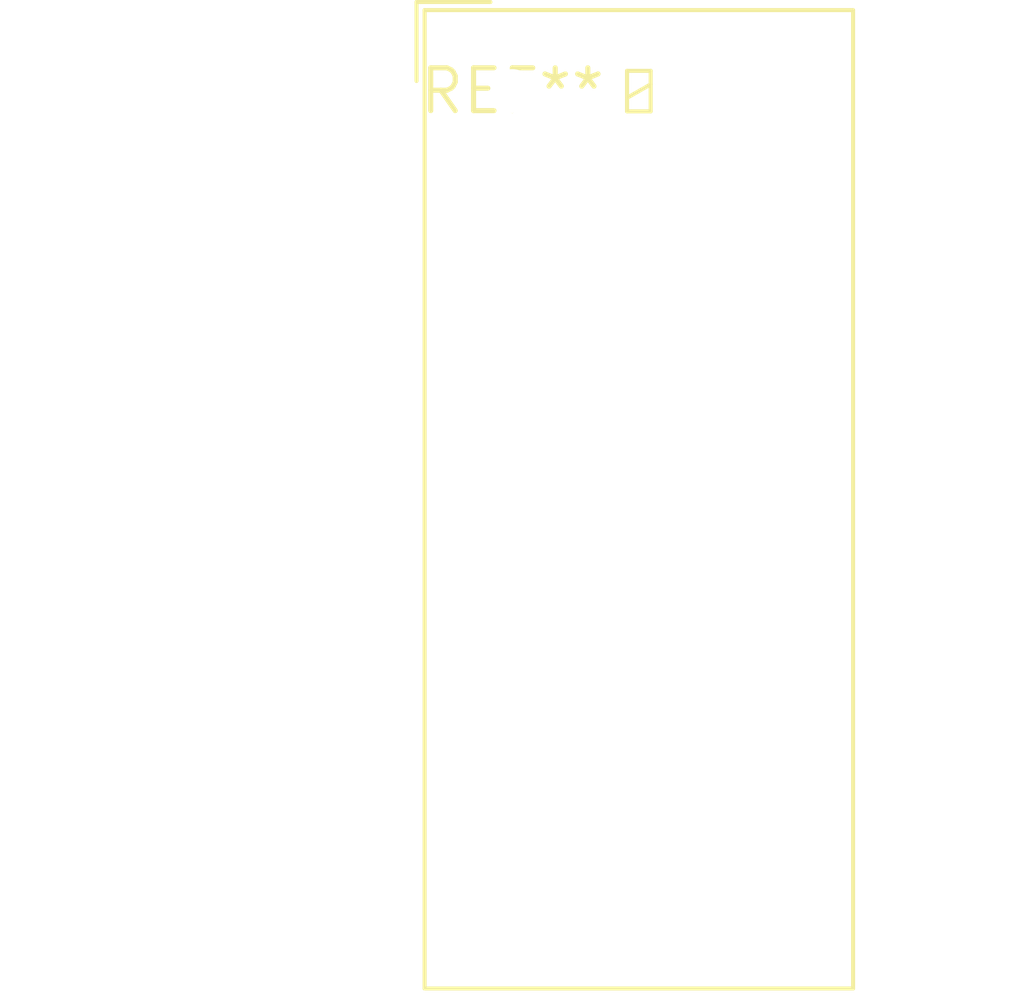
<source format=kicad_pcb>
(kicad_pcb (version 20240108) (generator pcbnew)
  (layers (0 "F.Cu" signal) (31 "B.Cu" signal) (34 "B.Paste" user) (35 "F.Paste" user) (36 "B.SilkS" user "B.Silkscreen") (37 "F.SilkS" user "F.Silkscreen") (38 "B.Mask" user) (39 "F.Mask" user) (44 "Edge.Cuts" user))
  (net 0 "")
  (footprint "Relay_SPST_Omron_G2RL-1A-E" (layer "F.Cu") (at 0 0)
    (property "Reference" "REF**")
    (property "Value" "Relay_SPST_Omron_G2RL-1A-E")
    (fp_line (start -2.84 -2.64) (end -0.65 -2.64) (layer "F.SilkS") (stroke (width 0.12)))
    (fp_line (start -2.84 -0.3) (end -2.84 -2.64) (layer "F.SilkS") (stroke (width 0.12)))
    (fp_line (start -2.6 -2.4) (end -2.6 26.6) (layer "F.SilkS") (stroke (width 0.12)))
    (fp_line (start -2.6 26.6) (end 10.1 26.6) (layer "F.SilkS") (stroke (width 0.12)))
    (fp_line (start 3.4 -0.6) (end 3.4 0.6) (layer "F.SilkS") (stroke (width 0.12)))
    (fp_line (start 3.4 0.2) (end 4.1 -0.2) (layer "F.SilkS") (stroke (width 0.12)))
    (fp_line (start 3.4 0.6) (end 4.1 0.6) (layer "F.SilkS") (stroke (width 0.12)))
    (fp_line (start 4.1 -0.6) (end 3.4 -0.6) (layer "F.SilkS") (stroke (width 0.12)))
    (fp_line (start 4.1 0.6) (end 4.1 -0.6) (layer "F.SilkS") (stroke (width 0.12)))
    (fp_line (start 10.1 -2.4) (end -2.6 -2.4) (layer "F.SilkS") (stroke (width 0.12)))
    (fp_line (start 10.1 26.6) (end 10.1 -2.4) (layer "F.SilkS") (stroke (width 0.12)))
    (pad "13" thru_hole circle (at 0 20) (size 2 2) (drill 1.3) (layers *.Cu *.Mask) (remove_unused_layers))
    (pad "13" thru_hole circle (at 7.5 20) (size 2 2) (drill 1.3) (layers *.Cu *.Mask) (remove_unused_layers))
    (pad "14" thru_hole circle (at 0 25) (size 2 2) (drill 1.3) (layers *.Cu *.Mask) (remove_unused_layers))
    (pad "14" thru_hole circle (at 7.5 25) (size 2 2) (drill 1.3) (layers *.Cu *.Mask) (remove_unused_layers))
    (pad "A1" thru_hole rect (at 0 0) (size 2 2) (drill 1.3) (layers *.Cu *.Mask) (remove_unused_layers))
    (pad "A2" thru_hole circle (at 7.5 0) (size 2 2) (drill 1.3) (layers *.Cu *.Mask) (remove_unused_layers))
  )
)
</source>
